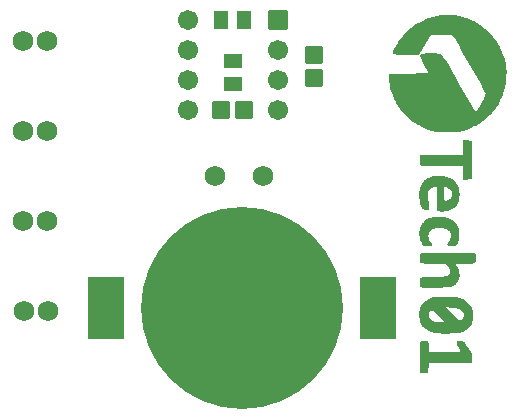
<source format=gts>
G04 Layer: TopSolderMaskLayer*
G04 EasyEDA v6.5.22, 2022-11-24 10:27:38*
G04 c2ffbf048bd549cebe30352b3eb0f613,ed70181f279245e6aff80281ee7dc86a,10*
G04 Gerber Generator version 0.2*
G04 Scale: 100 percent, Rotated: No, Reflected: No *
G04 Dimensions in millimeters *
G04 leading zeros omitted , absolute positions ,4 integer and 5 decimal *
%FSLAX45Y45*%
%MOMM*%

%AMMACRO1*1,1,$1,$2,$3*1,1,$1,$4,$5*1,1,$1,0-$2,0-$3*1,1,$1,0-$4,0-$5*20,1,$1,$2,$3,$4,$5,0*20,1,$1,$4,$5,0-$2,0-$3,0*20,1,$1,0-$2,0-$3,0-$4,0-$5,0*20,1,$1,0-$4,0-$5,$2,$3,0*4,1,4,$2,$3,$4,$5,0-$2,0-$3,0-$4,0-$5,$2,$3,0*%
%ADD10C,17.1000*%
%ADD11MACRO1,0.1X1.45X2.6X1.45X-2.6*%
%ADD12MACRO1,0.1016X0.675X-0.705X-0.675X-0.705*%
%ADD13MACRO1,0.1016X0.675X0.705X-0.675X0.705*%
%ADD14MACRO1,0.1016X-0.705X-0.675X-0.705X0.675*%
%ADD15MACRO1,0.1016X0.705X-0.675X0.705X0.675*%
%ADD16MACRO1,0.1016X0.5663X0.6885X0.5663X-0.6885*%
%ADD17MACRO1,0.1016X-0.5663X0.6885X-0.5663X-0.6885*%
%ADD18MACRO1,0.1016X0.6885X-0.5663X-0.6885X-0.5663*%
%ADD19MACRO1,0.1016X0.6885X0.5663X-0.6885X0.5663*%
%ADD20MACRO1,0.1016X-0.8001X0.8001X-0.8001X-0.8001*%
%ADD21C,1.7018*%
%ADD22C,1.7272*%
%ADD23C,0.0106*%

%LPD*%
G36*
X5870143Y5950254D02*
G01*
X5858510Y5950000D01*
X5846826Y5949442D01*
X5835142Y5948578D01*
X5823508Y5947460D01*
X5811875Y5946038D01*
X5800242Y5944311D01*
X5788660Y5942330D01*
X5765596Y5937504D01*
X5754166Y5934710D01*
X5742736Y5931611D01*
X5731408Y5928258D01*
X5720130Y5924651D01*
X5708954Y5920740D01*
X5692292Y5914440D01*
X5670448Y5905093D01*
X5659628Y5900064D01*
X5643676Y5892038D01*
X5622798Y5880455D01*
X5602427Y5867958D01*
X5582666Y5854496D01*
X5572963Y5847384D01*
X5558790Y5836361D01*
X5540502Y5820867D01*
X5531612Y5812790D01*
X5514441Y5795975D01*
X5498084Y5778347D01*
X5490210Y5769203D01*
X5478830Y5755132D01*
X5464505Y5735675D01*
X5447995Y5710936D01*
X5431637Y5685282D01*
X5425084Y5674258D01*
X5419547Y5664352D01*
X5415178Y5655462D01*
X5411978Y5647588D01*
X5409996Y5640679D01*
X5409438Y5637530D01*
X5409234Y5634634D01*
X5409336Y5631942D01*
X5409742Y5629402D01*
X5410454Y5627116D01*
X5411520Y5624982D01*
X5412943Y5623052D01*
X5414670Y5621274D01*
X5416753Y5619648D01*
X5419191Y5618175D01*
X5425135Y5615736D01*
X5432501Y5613806D01*
X5441340Y5612384D01*
X5451652Y5611368D01*
X5463590Y5610758D01*
X5477052Y5610453D01*
X5508853Y5610555D01*
X5630722Y5612841D01*
X5729173Y5779516D01*
X5831128Y5779465D01*
X5852160Y5779211D01*
X5869838Y5778703D01*
X5884468Y5777941D01*
X5896152Y5776823D01*
X5905144Y5775401D01*
X5911596Y5773623D01*
X5913983Y5772607D01*
X5915812Y5771489D01*
X5917844Y5769305D01*
X5922670Y5762244D01*
X5939790Y5734558D01*
X5965139Y5691987D01*
X5996432Y5638444D01*
X6031433Y5577890D01*
X6072428Y5506212D01*
X6120434Y5421426D01*
X6150813Y5367172D01*
X6174790Y5323484D01*
X6183731Y5306822D01*
X6191402Y5291886D01*
X6194450Y5285232D01*
X6194856Y5283860D01*
X6194552Y5281676D01*
X6192418Y5274970D01*
X6188405Y5265470D01*
X6182817Y5253736D01*
X6176060Y5240274D01*
X6160008Y5210606D01*
X6142786Y5180787D01*
X6134557Y5167223D01*
X6126886Y5155285D01*
X6120231Y5145481D01*
X6114846Y5138420D01*
X6112713Y5136083D01*
X6111036Y5134610D01*
X6109817Y5134102D01*
X6108750Y5134610D01*
X6107176Y5136083D01*
X6102654Y5141620D01*
X6096558Y5150256D01*
X6089294Y5161381D01*
X6081166Y5174488D01*
X5972302Y5363006D01*
X5881420Y5521604D01*
X5863590Y5551779D01*
X5848654Y5576011D01*
X5836462Y5594400D01*
X5831382Y5601512D01*
X5826963Y5607202D01*
X5823153Y5611571D01*
X5819952Y5614619D01*
X5817717Y5615990D01*
X5814568Y5617210D01*
X5810504Y5618378D01*
X5800039Y5620308D01*
X5786983Y5621883D01*
X5771896Y5623001D01*
X5755386Y5623712D01*
X5738012Y5624017D01*
X5720435Y5623915D01*
X5703265Y5623407D01*
X5687060Y5622493D01*
X5672429Y5621172D01*
X5659932Y5619496D01*
X5650230Y5617413D01*
X5646623Y5616194D01*
X5643930Y5614924D01*
X5642254Y5613552D01*
X5641289Y5612180D01*
X5640578Y5610707D01*
X5639765Y5607050D01*
X5639917Y5602478D01*
X5641136Y5596788D01*
X5643372Y5589778D01*
X5646826Y5581345D01*
X5651550Y5571286D01*
X5657545Y5559399D01*
X5664962Y5545531D01*
X5684266Y5511292D01*
X5700826Y5482539D01*
X5704281Y5475884D01*
X5706719Y5470448D01*
X5708142Y5466029D01*
X5708599Y5462625D01*
X5708091Y5460034D01*
X5706668Y5458155D01*
X5704382Y5456885D01*
X5697982Y5456021D01*
X5683910Y5455158D01*
X5637022Y5453430D01*
X5571998Y5452059D01*
X5375706Y5449722D01*
X5377027Y5398770D01*
X5377738Y5388711D01*
X5378856Y5378196D01*
X5380431Y5367274D01*
X5382463Y5355996D01*
X5384850Y5344414D01*
X5387594Y5332577D01*
X5394198Y5308498D01*
X5398008Y5296306D01*
X5402122Y5284114D01*
X5406542Y5271973D01*
X5411216Y5259933D01*
X5416143Y5248046D01*
X5421325Y5236362D01*
X5426710Y5224932D01*
X5432298Y5213858D01*
X5438089Y5203139D01*
X5443677Y5193487D01*
X5449417Y5184343D01*
X5455767Y5174996D01*
X5462676Y5165496D01*
X5470042Y5155844D01*
X5477865Y5146090D01*
X5486095Y5136286D01*
X5494680Y5126482D01*
X5512765Y5107076D01*
X5531713Y5088229D01*
X5541416Y5079085D01*
X5551170Y5070246D01*
X5560974Y5061712D01*
X5570778Y5053533D01*
X5580532Y5045760D01*
X5599633Y5031587D01*
X5608929Y5025339D01*
X5617972Y5019649D01*
X5626760Y5014569D01*
X5651550Y5001768D01*
X5676341Y4989728D01*
X5687872Y4984546D01*
X5698947Y4979873D01*
X5709615Y4975707D01*
X5720080Y4971948D01*
X5730443Y4968646D01*
X5740704Y4965801D01*
X5751068Y4963261D01*
X5761583Y4961128D01*
X5772353Y4959350D01*
X5783529Y4957876D01*
X5795162Y4956657D01*
X5807354Y4955692D01*
X5833872Y4954524D01*
X5863996Y4954066D01*
X5888228Y4954117D01*
X5917336Y4954727D01*
X5943142Y4956149D01*
X5955030Y4957216D01*
X5966409Y4958588D01*
X5977382Y4960213D01*
X5987999Y4962194D01*
X5998413Y4964480D01*
X6008725Y4967173D01*
X6019038Y4970272D01*
X6029401Y4973777D01*
X6039967Y4977739D01*
X6050889Y4982159D01*
X6073902Y4992522D01*
X6099403Y5005120D01*
X6113272Y5012283D01*
X6121908Y5017008D01*
X6130798Y5022392D01*
X6139992Y5028387D01*
X6149390Y5034940D01*
X6168644Y5049570D01*
X6178397Y5057546D01*
X6198006Y5074615D01*
X6207760Y5083606D01*
X6226860Y5102301D01*
X6236157Y5111902D01*
X6245199Y5121605D01*
X6262370Y5141163D01*
X6278016Y5160670D01*
X6285179Y5170271D01*
X6291783Y5179720D01*
X6297828Y5188966D01*
X6303264Y5197957D01*
X6309004Y5208168D01*
X6314490Y5218684D01*
X6319774Y5229453D01*
X6329578Y5251704D01*
X6338417Y5274818D01*
X6344412Y5292598D01*
X6348069Y5304637D01*
X6351473Y5316728D01*
X6354622Y5328970D01*
X6357518Y5341315D01*
X6360160Y5353710D01*
X6362496Y5366105D01*
X6366408Y5390997D01*
X6369202Y5415788D01*
X6370523Y5434228D01*
X6371285Y5458510D01*
X6371183Y5470499D01*
X6370828Y5482285D01*
X6370167Y5493969D01*
X6368592Y5511088D01*
X6367119Y5522214D01*
X6365341Y5533136D01*
X6363258Y5543804D01*
X6360668Y5555183D01*
X6355842Y5573572D01*
X6348628Y5597499D01*
X6344615Y5609285D01*
X6335877Y5632297D01*
X6331153Y5643626D01*
X6326225Y5654751D01*
X6318351Y5671108D01*
X6312814Y5681878D01*
X6307074Y5692394D01*
X6301079Y5702808D01*
X6288430Y5723026D01*
X6274917Y5742584D01*
X6260541Y5761380D01*
X6249212Y5774994D01*
X6233414Y5792470D01*
X6221018Y5805068D01*
X6208166Y5817209D01*
X6190386Y5832703D01*
X6171844Y5847334D01*
X6162294Y5854344D01*
X6147612Y5864504D01*
X6127445Y5877204D01*
X6117082Y5883249D01*
X6095898Y5894628D01*
X6074003Y5905093D01*
X6062827Y5909970D01*
X6040018Y5919012D01*
X6028334Y5923178D01*
X6004610Y5930798D01*
X5992469Y5934202D01*
X5974080Y5938875D01*
X5962700Y5941364D01*
X5945530Y5944565D01*
X5928258Y5947003D01*
X5916676Y5948273D01*
X5905093Y5949238D01*
X5881827Y5950204D01*
G37*
G36*
X6003340Y4885893D02*
G01*
X6003340Y4765294D01*
X5642305Y4765294D01*
X5637733Y4741062D01*
X5636920Y4735728D01*
X5636006Y4723739D01*
X5636107Y4711293D01*
X5636463Y4705350D01*
X5637123Y4699812D01*
X5637987Y4694936D01*
X5642762Y4673092D01*
X6003340Y4673092D01*
X6003340Y4551781D01*
X6077813Y4556099D01*
X6079998Y4743856D01*
X6080099Y4778654D01*
X6079947Y4809947D01*
X6079540Y4836820D01*
X6078880Y4858207D01*
X6078067Y4873091D01*
X6077610Y4877765D01*
X6076797Y4881016D01*
X6075121Y4881981D01*
X6072174Y4882896D01*
X6068212Y4883759D01*
X6057595Y4885029D01*
X6044641Y4885791D01*
G37*
G36*
X5793282Y4587138D02*
G01*
X5779770Y4586782D01*
X5766816Y4585766D01*
X5754420Y4584090D01*
X5742584Y4581753D01*
X5731306Y4578807D01*
X5720638Y4575200D01*
X5710529Y4570984D01*
X5700979Y4566158D01*
X5692038Y4560671D01*
X5683707Y4554575D01*
X5675985Y4547870D01*
X5668822Y4540605D01*
X5662320Y4532680D01*
X5659272Y4528515D01*
X5653684Y4519676D01*
X5648706Y4510328D01*
X5644388Y4500321D01*
X5640679Y4489754D01*
X5637631Y4478629D01*
X5635193Y4466945D01*
X5633466Y4454652D01*
X5632348Y4441799D01*
X5631942Y4428439D01*
X5632094Y4411827D01*
X5632856Y4396079D01*
X5634228Y4381347D01*
X5636107Y4367682D01*
X5638546Y4355084D01*
X5641492Y4343654D01*
X5643168Y4338370D01*
X5646877Y4328820D01*
X5651042Y4320641D01*
X5653328Y4317034D01*
X5655665Y4313834D01*
X5658154Y4310938D01*
X5660745Y4308449D01*
X5663387Y4306366D01*
X5666181Y4304639D01*
X5669076Y4303318D01*
X5677458Y4300982D01*
X5686856Y4299712D01*
X5696153Y4299610D01*
X5704179Y4300728D01*
X5712714Y4303623D01*
X5717235Y4307687D01*
X5718302Y4314139D01*
X5714441Y4335830D01*
X5711291Y4360214D01*
X5708446Y4389526D01*
X5707024Y4408373D01*
X5706110Y4426610D01*
X5706059Y4433773D01*
X5706364Y4439920D01*
X5707075Y4445203D01*
X5708091Y4449775D01*
X5709615Y4453940D01*
X5711596Y4457801D01*
X5714034Y4461560D01*
X5717032Y4465472D01*
X5720588Y4469638D01*
X5724448Y4473549D01*
X5728970Y4477410D01*
X5733948Y4481068D01*
X5739231Y4484420D01*
X5744718Y4487418D01*
X5750153Y4489907D01*
X5755487Y4491888D01*
X5760466Y4493158D01*
X5783478Y4497578D01*
X5783478Y4435500D01*
X5840222Y4435500D01*
X5840526Y4458919D01*
X5841339Y4478121D01*
X5841898Y4485487D01*
X5842558Y4491075D01*
X5843270Y4494580D01*
X5844032Y4495800D01*
X5847842Y4495342D01*
X5852515Y4494123D01*
X5857900Y4492193D01*
X5863793Y4489653D01*
X5869940Y4486706D01*
X5876137Y4483404D01*
X5887923Y4476191D01*
X5893054Y4472533D01*
X5897473Y4469028D01*
X5900877Y4465726D01*
X5903112Y4462780D01*
X5906008Y4456836D01*
X5908243Y4450283D01*
X5909767Y4443272D01*
X5910630Y4435957D01*
X5910732Y4428540D01*
X5910173Y4421225D01*
X5908802Y4414113D01*
X5906770Y4407458D01*
X5904941Y4404156D01*
X5902147Y4400651D01*
X5898438Y4397044D01*
X5893968Y4393438D01*
X5888990Y4389932D01*
X5883554Y4386580D01*
X5877864Y4383481D01*
X5872124Y4380738D01*
X5866434Y4378502D01*
X5860948Y4376724D01*
X5855817Y4375607D01*
X5851245Y4375251D01*
X5849112Y4375454D01*
X5847283Y4376267D01*
X5845708Y4377690D01*
X5844336Y4379823D01*
X5843219Y4382820D01*
X5842355Y4386732D01*
X5841593Y4391710D01*
X5840679Y4405122D01*
X5840222Y4435500D01*
X5783478Y4435500D01*
X5783478Y4290415D01*
X5806287Y4284827D01*
X5811418Y4284014D01*
X5816701Y4283456D01*
X5822086Y4283151D01*
X5833211Y4283303D01*
X5844641Y4284370D01*
X5856224Y4286351D01*
X5867857Y4289094D01*
X5879388Y4292650D01*
X5890717Y4296968D01*
X5901639Y4301896D01*
X5912104Y4307433D01*
X5921908Y4313529D01*
X5931001Y4320133D01*
X5939180Y4327194D01*
X5942888Y4330852D01*
X5946292Y4334611D01*
X5949442Y4338472D01*
X5952286Y4342384D01*
X5954826Y4346346D01*
X5959144Y4355134D01*
X5962954Y4365396D01*
X5966206Y4376674D01*
X5968796Y4388713D01*
X5970778Y4401362D01*
X5972098Y4414316D01*
X5972759Y4427423D01*
X5972708Y4440428D01*
X5972048Y4453128D01*
X5970676Y4465269D01*
X5968542Y4476699D01*
X5967272Y4482033D01*
X5965748Y4487164D01*
X5961938Y4497324D01*
X5957163Y4507636D01*
X5951728Y4517339D01*
X5945682Y4526381D01*
X5938977Y4534763D01*
X5931611Y4542536D01*
X5923635Y4549648D01*
X5914948Y4556150D01*
X5905652Y4562043D01*
X5895695Y4567326D01*
X5885078Y4571949D01*
X5873750Y4575962D01*
X5861812Y4579366D01*
X5849162Y4582160D01*
X5835802Y4584344D01*
X5821832Y4585919D01*
X5807354Y4586833D01*
G37*
G36*
X5796381Y4239209D02*
G01*
X5783224Y4238904D01*
X5770168Y4238040D01*
X5757367Y4236770D01*
X5744921Y4234942D01*
X5732983Y4232605D01*
X5721604Y4229760D01*
X5710936Y4226458D01*
X5701131Y4222648D01*
X5692241Y4218381D01*
X5684367Y4213606D01*
X5676595Y4207459D01*
X5672480Y4203598D01*
X5668518Y4199483D01*
X5661253Y4190542D01*
X5657900Y4185767D01*
X5654751Y4180789D01*
X5651804Y4175607D01*
X5646521Y4164736D01*
X5644184Y4159046D01*
X5640171Y4147261D01*
X5637022Y4135069D01*
X5635752Y4128820D01*
X5633923Y4116070D01*
X5633313Y4109618D01*
X5632856Y4096562D01*
X5633262Y4083405D01*
X5634685Y4070299D01*
X5635701Y4063796D01*
X5638546Y4050893D01*
X5640324Y4044543D01*
X5644692Y4032046D01*
X5662117Y3992270D01*
X5709412Y3992321D01*
X5716371Y3992626D01*
X5722416Y3993134D01*
X5727598Y3993845D01*
X5731865Y3994861D01*
X5735269Y3996182D01*
X5737860Y3997807D01*
X5739638Y3999788D01*
X5740603Y4002074D01*
X5740755Y4004818D01*
X5740095Y4007967D01*
X5738723Y4011574D01*
X5736590Y4015587D01*
X5733694Y4020159D01*
X5730138Y4025239D01*
X5725820Y4030827D01*
X5721858Y4036364D01*
X5718454Y4042257D01*
X5715558Y4048302D01*
X5713272Y4054551D01*
X5711494Y4060901D01*
X5710275Y4067352D01*
X5709615Y4073753D01*
X5709462Y4080154D01*
X5709869Y4086453D01*
X5710834Y4092600D01*
X5712358Y4098544D01*
X5714390Y4104233D01*
X5716981Y4109567D01*
X5720130Y4114596D01*
X5723788Y4119168D01*
X5728004Y4123283D01*
X5732322Y4126687D01*
X5736996Y4129786D01*
X5742025Y4132630D01*
X5747410Y4135221D01*
X5752998Y4137507D01*
X5758891Y4139488D01*
X5764936Y4141215D01*
X5771235Y4142638D01*
X5777636Y4143806D01*
X5784189Y4144721D01*
X5790844Y4145330D01*
X5797550Y4145686D01*
X5804306Y4145787D01*
X5817768Y4145127D01*
X5824423Y4144416D01*
X5830976Y4143451D01*
X5837428Y4142181D01*
X5849874Y4138929D01*
X5855766Y4136898D01*
X5861456Y4134612D01*
X5866841Y4132072D01*
X5871972Y4129278D01*
X5876747Y4126229D01*
X5881166Y4122928D01*
X5885180Y4119372D01*
X5888786Y4115612D01*
X5892139Y4111294D01*
X5895035Y4106875D01*
X5897372Y4102354D01*
X5899251Y4097680D01*
X5900623Y4092905D01*
X5901436Y4087977D01*
X5901791Y4082948D01*
X5901639Y4077817D01*
X5900978Y4072534D01*
X5899810Y4067149D01*
X5898083Y4061663D01*
X5895898Y4056024D01*
X5893206Y4050334D01*
X5890006Y4044492D01*
X5886348Y4038600D01*
X5878423Y4027271D01*
X5875426Y4022394D01*
X5873140Y4017924D01*
X5871565Y4013860D01*
X5870752Y4010202D01*
X5870600Y4006900D01*
X5871210Y4003954D01*
X5872581Y4001414D01*
X5874715Y3999179D01*
X5877610Y3997248D01*
X5881217Y3995674D01*
X5885688Y3994404D01*
X5890869Y3993438D01*
X5896864Y3992778D01*
X5903671Y3992372D01*
X5919368Y3992270D01*
X5931865Y3992778D01*
X5936640Y3993438D01*
X5940653Y3994454D01*
X5943955Y3995877D01*
X5946800Y3997909D01*
X5949289Y4000500D01*
X5951575Y4003852D01*
X5953810Y4007916D01*
X5958738Y4018838D01*
X5962650Y4029405D01*
X5965952Y4041140D01*
X5968593Y4053636D01*
X5970574Y4066743D01*
X5971336Y4073398D01*
X5972251Y4086758D01*
X5972454Y4099915D01*
X5972302Y4106367D01*
X5971387Y4118711D01*
X5969660Y4130141D01*
X5968542Y4135424D01*
X5965037Y4147007D01*
X5962802Y4153357D01*
X5960364Y4159300D01*
X5957773Y4164939D01*
X5955030Y4170273D01*
X5952083Y4175353D01*
X5948883Y4180179D01*
X5945479Y4184751D01*
X5941771Y4189171D01*
X5937808Y4193387D01*
X5933592Y4197451D01*
X5924092Y4205224D01*
X5918809Y4208983D01*
X5907125Y4216298D01*
X5898235Y4220972D01*
X5888431Y4225086D01*
X5877814Y4228642D01*
X5866434Y4231690D01*
X5854496Y4234230D01*
X5842050Y4236262D01*
X5829249Y4237736D01*
X5816193Y4238701D01*
G37*
G36*
X5840882Y3935526D02*
G01*
X5741263Y3935069D01*
X5706922Y3934510D01*
X5681268Y3933647D01*
X5662930Y3932377D01*
X5656173Y3931615D01*
X5650738Y3930700D01*
X5646572Y3929735D01*
X5643422Y3928567D01*
X5641238Y3927297D01*
X5639765Y3925874D01*
X5638850Y3924300D01*
X5637631Y3920439D01*
X5636615Y3915968D01*
X5635802Y3911041D01*
X5635244Y3905707D01*
X5634837Y3894226D01*
X5635294Y3882186D01*
X5636717Y3870299D01*
X5637784Y3864610D01*
X5639663Y3857040D01*
X5641136Y3853230D01*
X5642102Y3851605D01*
X5643422Y3850182D01*
X5645048Y3848912D01*
X5647080Y3847846D01*
X5649671Y3846880D01*
X5656630Y3845458D01*
X5666587Y3844442D01*
X5680049Y3843832D01*
X5697728Y3843477D01*
X5720232Y3843324D01*
X5852972Y3843324D01*
X5880354Y3811930D01*
X5884926Y3806088D01*
X5888736Y3800703D01*
X5891733Y3795674D01*
X5893968Y3790899D01*
X5895441Y3786327D01*
X5896254Y3781856D01*
X5896305Y3777437D01*
X5895695Y3772966D01*
X5894425Y3768394D01*
X5892546Y3763568D01*
X5890056Y3758488D01*
X5886602Y3753358D01*
X5884468Y3751021D01*
X5879236Y3746754D01*
X5876086Y3744823D01*
X5872632Y3743045D01*
X5868771Y3741369D01*
X5864504Y3739845D01*
X5854700Y3737152D01*
X5843117Y3734968D01*
X5829604Y3733190D01*
X5813958Y3731818D01*
X5796076Y3730802D01*
X5775807Y3730193D01*
X5753049Y3729888D01*
X5695594Y3729685D01*
X5678932Y3729177D01*
X5665571Y3728262D01*
X5660034Y3727551D01*
X5655208Y3726687D01*
X5651042Y3725621D01*
X5647436Y3724351D01*
X5644438Y3722827D01*
X5641949Y3720998D01*
X5639917Y3718966D01*
X5638292Y3716578D01*
X5637022Y3713937D01*
X5636107Y3710889D01*
X5635396Y3707536D01*
X5634736Y3699611D01*
X5634583Y3679647D01*
X5634888Y3670909D01*
X5635701Y3663391D01*
X5637377Y3657092D01*
X5638647Y3654348D01*
X5640171Y3651859D01*
X5642051Y3649624D01*
X5644286Y3647592D01*
X5646978Y3645814D01*
X5650077Y3644239D01*
X5653684Y3642918D01*
X5657799Y3641699D01*
X5662422Y3640734D01*
X5673496Y3639261D01*
X5687212Y3638346D01*
X5703722Y3637991D01*
X5723432Y3637991D01*
X5773318Y3638905D01*
X5815888Y3640074D01*
X5848858Y3641547D01*
X5873800Y3643477D01*
X5883706Y3644696D01*
X5892241Y3646068D01*
X5899505Y3647592D01*
X5905754Y3649370D01*
X5911138Y3651402D01*
X5915863Y3653688D01*
X5921349Y3656787D01*
X5926632Y3660190D01*
X5931662Y3663848D01*
X5941009Y3671824D01*
X5945276Y3676142D01*
X5949340Y3680663D01*
X5953099Y3685387D01*
X5956554Y3690264D01*
X5959754Y3695293D01*
X5962650Y3700526D01*
X5965240Y3705860D01*
X5967476Y3711346D01*
X5969457Y3716985D01*
X5971032Y3722674D01*
X5972352Y3728516D01*
X5973165Y3734308D01*
X5973572Y3740607D01*
X5973622Y3747312D01*
X5973318Y3754374D01*
X5972657Y3761587D01*
X5970371Y3776421D01*
X5968796Y3783837D01*
X5966968Y3791102D01*
X5964885Y3798163D01*
X5962599Y3804920D01*
X5960110Y3811219D01*
X5957468Y3817061D01*
X5954674Y3822344D01*
X5951728Y3826967D01*
X5945428Y3834739D01*
X5944514Y3836365D01*
X5944209Y3837787D01*
X5944616Y3838956D01*
X5945835Y3839972D01*
X5947867Y3840835D01*
X5950864Y3841496D01*
X5960110Y3842512D01*
X5974283Y3843020D01*
X5994044Y3843274D01*
X6058458Y3843426D01*
X6076086Y3843883D01*
X6082944Y3844290D01*
X6093358Y3845610D01*
X6097168Y3846576D01*
X6100216Y3847795D01*
X6102654Y3849268D01*
X6104585Y3851046D01*
X6106160Y3853129D01*
X6107480Y3855516D01*
X6109919Y3861511D01*
X6112611Y3869385D01*
X6114542Y3876801D01*
X6115710Y3883812D01*
X6116066Y3890721D01*
X6115608Y3897579D01*
X6114389Y3904538D01*
X6112357Y3911803D01*
X6109512Y3919575D01*
X6103112Y3935526D01*
G37*
G36*
X5831332Y3563162D02*
G01*
X5795314Y3562756D01*
X5781446Y3562248D01*
X5769762Y3561486D01*
X5759704Y3560318D01*
X5750915Y3558692D01*
X5742889Y3556609D01*
X5735167Y3553968D01*
X5727242Y3550665D01*
X5709056Y3541877D01*
X5697372Y3535679D01*
X5686806Y3529177D01*
X5677306Y3522370D01*
X5668772Y3515156D01*
X5661253Y3507536D01*
X5654649Y3499408D01*
X5648960Y3490671D01*
X5644184Y3481374D01*
X5641763Y3475583D01*
X5857951Y3475583D01*
X5905804Y3469640D01*
X5926785Y3466846D01*
X5943447Y3464306D01*
X5956554Y3461765D01*
X5966815Y3459073D01*
X5975096Y3456025D01*
X5982106Y3452418D01*
X5988659Y3447999D01*
X5992012Y3445459D01*
X5996940Y3441039D01*
X6001105Y3436213D01*
X6004509Y3431032D01*
X6007100Y3425545D01*
X6008979Y3419805D01*
X6009995Y3413861D01*
X6010249Y3407765D01*
X6009690Y3401568D01*
X6008370Y3395319D01*
X6006185Y3389071D01*
X6003239Y3382873D01*
X5999429Y3376828D01*
X5994450Y3370681D01*
X5989066Y3365652D01*
X5983986Y3362299D01*
X5979718Y3361029D01*
X5978042Y3361588D01*
X5975400Y3363112D01*
X5967628Y3368903D01*
X5957011Y3377844D01*
X5944209Y3389477D01*
X5929833Y3403142D01*
X5914542Y3418281D01*
X5857951Y3475583D01*
X5641763Y3475583D01*
X5638546Y3466134D01*
X5635853Y3455060D01*
X5634736Y3449269D01*
X5633161Y3436924D01*
X5632246Y3423767D01*
X5632127Y3408019D01*
X5710732Y3408019D01*
X5710986Y3413302D01*
X5711799Y3418738D01*
X5714593Y3428085D01*
X5718657Y3436874D01*
X5723534Y3444189D01*
X5728614Y3448913D01*
X5731154Y3450234D01*
X5733897Y3450894D01*
X5736844Y3450793D01*
X5740196Y3449878D01*
X5744057Y3448050D01*
X5748477Y3445306D01*
X5753658Y3441446D01*
X5759653Y3436467D01*
X5774588Y3422751D01*
X5794298Y3403498D01*
X5847842Y3350412D01*
X5817463Y3348075D01*
X5810808Y3347770D01*
X5795975Y3348126D01*
X5788253Y3348736D01*
X5780684Y3349599D01*
X5773420Y3350717D01*
X5766714Y3352037D01*
X5760821Y3353562D01*
X5754319Y3355746D01*
X5748172Y3358235D01*
X5742482Y3361080D01*
X5737199Y3364179D01*
X5732373Y3367582D01*
X5728004Y3371240D01*
X5724093Y3375101D01*
X5720638Y3379266D01*
X5717692Y3383584D01*
X5715254Y3388156D01*
X5713323Y3392881D01*
X5711901Y3397758D01*
X5711037Y3402837D01*
X5710732Y3408019D01*
X5632127Y3408019D01*
X5632551Y3395268D01*
X5633008Y3388461D01*
X5634583Y3375609D01*
X5635599Y3369513D01*
X5638292Y3357930D01*
X5641797Y3347161D01*
X5643880Y3342081D01*
X5648706Y3332327D01*
X5654497Y3323285D01*
X5657748Y3318916D01*
X5665012Y3310636D01*
X5673293Y3302812D01*
X5682691Y3295345D01*
X5693206Y3288233D01*
X5704890Y3281324D01*
X5717794Y3274567D01*
X5738215Y3264814D01*
X5746851Y3261156D01*
X5755030Y3258210D01*
X5763310Y3255873D01*
X5772150Y3254146D01*
X5782106Y3252927D01*
X5793587Y3252063D01*
X5807100Y3251555D01*
X5823153Y3251250D01*
X5864910Y3251149D01*
X5909919Y3251504D01*
X5927140Y3251962D01*
X5941568Y3252774D01*
X5953760Y3253943D01*
X5964174Y3255517D01*
X5973470Y3257600D01*
X5982157Y3260242D01*
X5990742Y3263544D01*
X5999835Y3267506D01*
X6013500Y3274161D01*
X6025845Y3281070D01*
X6031534Y3284575D01*
X6041948Y3291941D01*
X6046724Y3295751D01*
X6051194Y3299663D01*
X6055360Y3303676D01*
X6059271Y3307842D01*
X6062929Y3312160D01*
X6066282Y3316630D01*
X6069330Y3321202D01*
X6072174Y3325977D01*
X6074714Y3330905D01*
X6077051Y3336036D01*
X6079134Y3341370D01*
X6082588Y3352596D01*
X6085128Y3364737D01*
X6086856Y3377844D01*
X6087719Y3391915D01*
X6087872Y3407156D01*
X6087618Y3414725D01*
X6086297Y3430574D01*
X6085332Y3438448D01*
X6082842Y3452825D01*
X6081420Y3458870D01*
X6079947Y3463899D01*
X6078118Y3468573D01*
X6075984Y3473297D01*
X6070752Y3482746D01*
X6064250Y3492093D01*
X6056680Y3501186D01*
X6048095Y3510076D01*
X6038596Y3518560D01*
X6028334Y3526536D01*
X6017310Y3533952D01*
X6005677Y3540760D01*
X5993536Y3546754D01*
X5985764Y3550158D01*
X5978347Y3553104D01*
X5971032Y3555542D01*
X5963513Y3557574D01*
X5955436Y3559200D01*
X5946394Y3560470D01*
X5936132Y3561486D01*
X5924296Y3562197D01*
X5910529Y3562705D01*
X5875934Y3563112D01*
G37*
G36*
X5976518Y3190697D02*
G01*
X5970981Y3190595D01*
X5966053Y3190138D01*
X5961837Y3189325D01*
X5958230Y3188106D01*
X5955284Y3186531D01*
X5952947Y3184499D01*
X5951270Y3182010D01*
X5950254Y3179013D01*
X5949797Y3175558D01*
X5950000Y3171545D01*
X5950813Y3167024D01*
X5952236Y3161893D01*
X5954268Y3156153D01*
X5956858Y3149752D01*
X5960059Y3142742D01*
X5974029Y3114344D01*
X5978956Y3103575D01*
X5981700Y3096818D01*
X5982106Y3095294D01*
X5981649Y3094990D01*
X5978144Y3094431D01*
X5961837Y3093313D01*
X5934913Y3092450D01*
X5899658Y3091840D01*
X5858357Y3091535D01*
X5712561Y3091535D01*
X5712561Y3147466D01*
X5712155Y3162960D01*
X5711698Y3168802D01*
X5710936Y3173526D01*
X5709970Y3177336D01*
X5708599Y3180283D01*
X5706821Y3182569D01*
X5704636Y3184347D01*
X5701944Y3185718D01*
X5698693Y3186887D01*
X5694832Y3187903D01*
X5686552Y3189274D01*
X5677103Y3189732D01*
X5667654Y3189274D01*
X5659374Y3187903D01*
X5641644Y3183483D01*
X5641644Y2913430D01*
X5709056Y2917799D01*
X5713272Y2999333D01*
X6081369Y2999333D01*
X6081318Y3047187D01*
X6080912Y3058922D01*
X6079744Y3069031D01*
X6078778Y3073755D01*
X6077559Y3078378D01*
X6076035Y3082950D01*
X6074156Y3087624D01*
X6069126Y3097631D01*
X6062218Y3109163D01*
X6053175Y3122930D01*
X6028994Y3158134D01*
X6019647Y3170682D01*
X6015634Y3175508D01*
X6011926Y3179470D01*
X6008420Y3182670D01*
X6005068Y3185210D01*
X6001715Y3187141D01*
X5998311Y3188563D01*
X5994704Y3189528D01*
X5990793Y3190138D01*
X5981852Y3190646D01*
G37*
D10*
G01*
X4127500Y3467100D03*
D11*
G01*
X5278501Y3467100D03*
G01*
X2976498Y3467100D03*
D12*
G01*
X4737100Y5611802D03*
D13*
G01*
X4737100Y5411797D03*
D14*
G01*
X4151302Y5143500D03*
D15*
G01*
X3951297Y5143500D03*
D16*
G01*
X3951295Y5905500D03*
D17*
G01*
X4151304Y5905500D03*
D18*
G01*
X4051300Y5561004D03*
D19*
G01*
X4051300Y5360995D03*
D20*
G01*
X4437001Y5907199D03*
D21*
G01*
X4436999Y5653201D03*
G01*
X4436999Y5399201D03*
G01*
X4436999Y5145201D03*
G01*
X3674999Y5145201D03*
G01*
X3674999Y5399201D03*
G01*
X3674999Y5653201D03*
G01*
X3674999Y5907201D03*
D22*
G01*
X2489200Y3441700D03*
G01*
X2286000Y3441700D03*
G01*
X2273300Y4203700D03*
G01*
X2476500Y4203700D03*
G01*
X2273300Y4965700D03*
G01*
X2476500Y4965700D03*
G01*
X2273300Y5727700D03*
G01*
X2476500Y5727700D03*
G01*
X4140200Y3479800D03*
G01*
X3898900Y4584700D03*
G01*
X4305300Y4584700D03*
M02*

</source>
